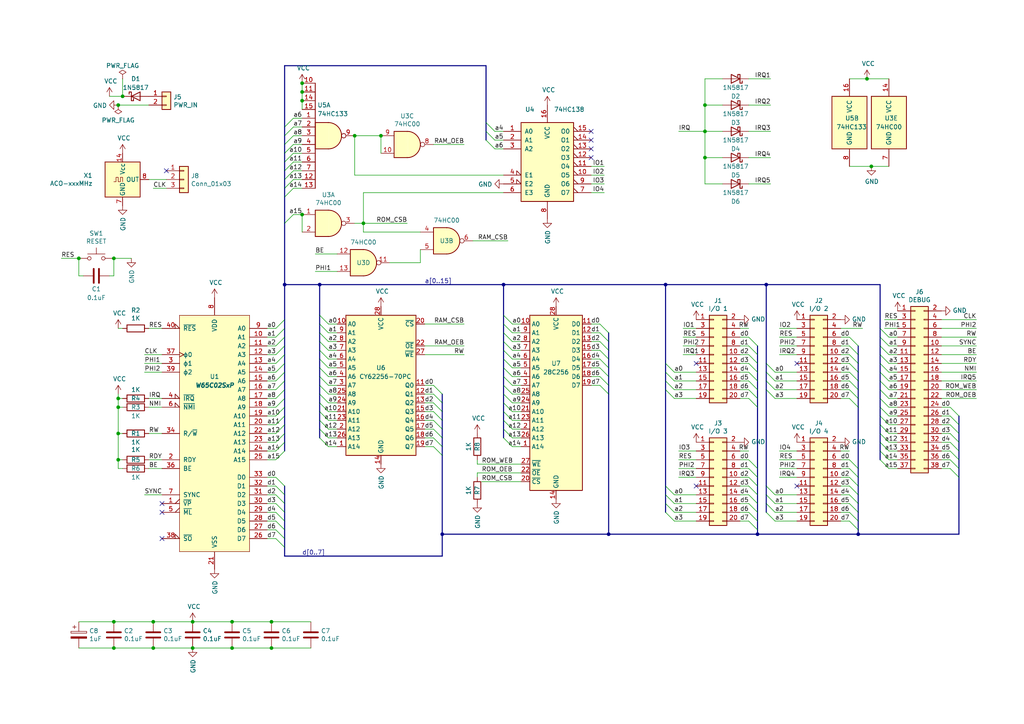
<source format=kicad_sch>
(kicad_sch (version 20211123) (generator eeschema)
  (paper "A4")
  (title_block (title "6502 mainboard") (date "2021-04-28") (rev "1"))
  (junction (at 34.29 125.73))
  (junction (at 35.56 27.94))
  (junction (at 87.63 26.67))
  (junction (at 219.71 154.94))
  (junction (at 105.41 64.77))
  (junction (at 204.47 30.48))
  (junction (at 176.53 154.94))
  (junction (at 204.47 45.72))
  (junction (at 33.02 74.93))
  (junction (at 248.92 154.94))
  (junction (at 33.02 180.34))
  (junction (at 82.55 82.55))
  (junction (at 222.25 82.55))
  (junction (at 78.74 180.34))
  (junction (at 34.29 133.35))
  (junction (at 34.29 115.57))
  (junction (at 67.31 180.34))
  (junction (at 55.88 187.96))
  (junction (at 44.45 187.96))
  (junction (at 55.88 180.34))
  (junction (at 204.47 38.1))
  (junction (at 78.74 187.96))
  (junction (at 146.05 82.55))
  (junction (at 128.27 154.94))
  (junction (at 102.87 39.37))
  (junction (at 87.63 62.23))
  (junction (at 110.49 39.37))
  (junction (at 67.31 187.96))
  (junction (at 92.71 82.55))
  (junction (at 87.63 24.13))
  (junction (at 87.63 29.21))
  (junction (at 33.02 187.96))
  (junction (at 193.04 82.55))
  (junction (at 34.29 30.48))
  (junction (at 34.29 118.11))
  (junction (at 251.46 22.86))
  (junction (at 252.73 48.26))
  (junction (at 22.86 74.93))
  (junction (at 44.45 180.34))
  (no_connect (at 171.45 38.1))
  (no_connect (at 171.45 45.72))
  (no_connect (at 171.45 43.18))
  (no_connect (at 231.14 105.41))
  (no_connect (at 48.26 49.53))
  (no_connect (at 46.99 146.05))
  (no_connect (at 46.99 156.21))
  (no_connect (at 201.93 105.41))
  (no_connect (at 231.14 140.97))
  (no_connect (at 46.99 148.59))
  (no_connect (at 171.45 40.64))
  (no_connect (at 201.93 140.97))
  (bus_entry (at 195.58 113.03) (size -2.54 -2.54))
  (bus_entry (at 257.81 115.57) (size -2.54 -2.54))
  (bus_entry (at 80.01 100.33) (size 2.54 -2.54))
  (bus_entry (at 224.79 113.03) (size -2.54 -2.54))
  (bus_entry (at 95.25 119.38) (size -2.54 -2.54))
  (bus_entry (at 217.17 105.41) (size 2.54 2.54))
  (bus_entry (at 246.38 133.35) (size 2.54 2.54))
  (bus_entry (at 173.99 96.52) (size 2.54 2.54))
  (bus_entry (at 173.99 109.22) (size 2.54 2.54))
  (bus_entry (at 95.25 99.06) (size -2.54 -2.54))
  (bus_entry (at 95.25 111.76) (size -2.54 -2.54))
  (bus_entry (at 173.99 99.06) (size 2.54 2.54))
  (bus_entry (at 217.17 107.95) (size 2.54 2.54))
  (bus_entry (at 80.01 105.41) (size 2.54 -2.54))
  (bus_entry (at 275.59 123.19) (size 2.54 2.54))
  (bus_entry (at 224.79 148.59) (size -2.54 -2.54))
  (bus_entry (at 148.59 101.6) (size -2.54 -2.54))
  (bus_entry (at 80.01 151.13) (size 2.54 2.54))
  (bus_entry (at 148.59 93.98) (size -2.54 -2.54))
  (bus_entry (at 125.73 111.76) (size 2.54 2.54))
  (bus_entry (at 148.59 116.84) (size -2.54 -2.54))
  (bus_entry (at 95.25 129.54) (size -2.54 -2.54))
  (bus_entry (at 257.81 113.03) (size -2.54 -2.54))
  (bus_entry (at 80.01 146.05) (size 2.54 2.54))
  (bus_entry (at 246.38 105.41) (size 2.54 2.54))
  (bus_entry (at 224.79 115.57) (size -2.54 -2.54))
  (bus_entry (at 125.73 124.46) (size 2.54 2.54))
  (bus_entry (at 275.59 135.89) (size 2.54 2.54))
  (bus_entry (at 85.09 54.61) (size -2.54 2.54))
  (bus_entry (at 257.81 128.27) (size -2.54 -2.54))
  (bus_entry (at 148.59 124.46) (size -2.54 -2.54))
  (bus_entry (at 224.79 146.05) (size -2.54 -2.54))
  (bus_entry (at 148.59 119.38) (size -2.54 -2.54))
  (bus_entry (at 85.09 62.23) (size -2.54 2.54))
  (bus_entry (at 275.59 120.65) (size 2.54 2.54))
  (bus_entry (at 257.81 105.41) (size -2.54 -2.54))
  (bus_entry (at 217.17 97.79) (size 2.54 2.54))
  (bus_entry (at 148.59 104.14) (size -2.54 -2.54))
  (bus_entry (at 80.01 153.67) (size 2.54 2.54))
  (bus_entry (at 95.25 104.14) (size -2.54 -2.54))
  (bus_entry (at 143.51 38.1) (size -2.54 -2.54))
  (bus_entry (at 80.01 128.27) (size 2.54 -2.54))
  (bus_entry (at 80.01 115.57) (size 2.54 -2.54))
  (bus_entry (at 275.59 133.35) (size 2.54 2.54))
  (bus_entry (at 125.73 127) (size 2.54 2.54))
  (bus_entry (at 95.25 93.98) (size -2.54 -2.54))
  (bus_entry (at 148.59 129.54) (size -2.54 -2.54))
  (bus_entry (at 246.38 100.33) (size 2.54 2.54))
  (bus_entry (at 148.59 127) (size -2.54 -2.54))
  (bus_entry (at 80.01 110.49) (size 2.54 -2.54))
  (bus_entry (at 125.73 116.84) (size 2.54 2.54))
  (bus_entry (at 275.59 125.73) (size 2.54 2.54))
  (bus_entry (at 148.59 111.76) (size -2.54 -2.54))
  (bus_entry (at 125.73 114.3) (size 2.54 2.54))
  (bus_entry (at 246.38 107.95) (size 2.54 2.54))
  (bus_entry (at 125.73 121.92) (size 2.54 2.54))
  (bus_entry (at 275.59 128.27) (size 2.54 2.54))
  (bus_entry (at 148.59 106.68) (size -2.54 -2.54))
  (bus_entry (at 246.38 148.59) (size 2.54 2.54))
  (bus_entry (at 257.81 110.49) (size -2.54 -2.54))
  (bus_entry (at 257.81 120.65) (size -2.54 -2.54))
  (bus_entry (at 173.99 106.68) (size 2.54 2.54))
  (bus_entry (at 246.38 135.89) (size 2.54 2.54))
  (bus_entry (at 125.73 129.54) (size 2.54 2.54))
  (bus_entry (at 80.01 123.19) (size 2.54 -2.54))
  (bus_entry (at 257.81 102.87) (size -2.54 -2.54))
  (bus_entry (at 148.59 109.22) (size -2.54 -2.54))
  (bus_entry (at 217.17 143.51) (size 2.54 2.54))
  (bus_entry (at 257.81 133.35) (size -2.54 -2.54))
  (bus_entry (at 95.25 96.52) (size -2.54 -2.54))
  (bus_entry (at 257.81 107.95) (size -2.54 -2.54))
  (bus_entry (at 85.09 52.07) (size -2.54 2.54))
  (bus_entry (at 195.58 115.57) (size -2.54 -2.54))
  (bus_entry (at 257.81 118.11) (size -2.54 -2.54))
  (bus_entry (at 275.59 130.81) (size 2.54 2.54))
  (bus_entry (at 80.01 97.79) (size 2.54 -2.54))
  (bus_entry (at 224.79 110.49) (size -2.54 -2.54))
  (bus_entry (at 246.38 113.03) (size 2.54 2.54))
  (bus_entry (at 80.01 156.21) (size 2.54 2.54))
  (bus_entry (at 125.73 119.38) (size 2.54 2.54))
  (bus_entry (at 80.01 120.65) (size 2.54 -2.54))
  (bus_entry (at 80.01 133.35) (size 2.54 -2.54))
  (bus_entry (at 217.17 100.33) (size 2.54 2.54))
  (bus_entry (at 173.99 104.14) (size 2.54 2.54))
  (bus_entry (at 217.17 138.43) (size 2.54 2.54))
  (bus_entry (at 246.38 143.51) (size 2.54 2.54))
  (bus_entry (at 95.25 116.84) (size -2.54 -2.54))
  (bus_entry (at 224.79 143.51) (size -2.54 -2.54))
  (bus_entry (at 85.09 39.37) (size -2.54 2.54))
  (bus_entry (at 148.59 99.06) (size -2.54 -2.54))
  (bus_entry (at 80.01 107.95) (size 2.54 -2.54))
  (bus_entry (at 257.81 123.19) (size -2.54 -2.54))
  (bus_entry (at 217.17 148.59) (size 2.54 2.54))
  (bus_entry (at 195.58 146.05) (size -2.54 -2.54))
  (bus_entry (at 173.99 101.6) (size 2.54 2.54))
  (bus_entry (at 275.59 118.11) (size 2.54 2.54))
  (bus_entry (at 80.01 125.73) (size 2.54 -2.54))
  (bus_entry (at 217.17 151.13) (size 2.54 2.54))
  (bus_entry (at 80.01 140.97) (size 2.54 2.54))
  (bus_entry (at 148.59 114.3) (size -2.54 -2.54))
  (bus_entry (at 224.79 107.95) (size -2.54 -2.54))
  (bus_entry (at 80.01 95.25) (size 2.54 -2.54))
  (bus_entry (at 85.09 49.53) (size -2.54 2.54))
  (bus_entry (at 246.38 110.49) (size 2.54 2.54))
  (bus_entry (at 80.01 138.43) (size 2.54 2.54))
  (bus_entry (at 173.99 93.98) (size 2.54 2.54))
  (bus_entry (at 257.81 97.79) (size -2.54 -2.54))
  (bus_entry (at 143.51 43.18) (size -2.54 -2.54))
  (bus_entry (at 246.38 102.87) (size 2.54 2.54))
  (bus_entry (at 217.17 146.05) (size 2.54 2.54))
  (bus_entry (at 217.17 135.89) (size 2.54 2.54))
  (bus_entry (at 85.09 36.83) (size -2.54 2.54))
  (bus_entry (at 95.25 124.46) (size -2.54 -2.54))
  (bus_entry (at 246.38 140.97) (size 2.54 2.54))
  (bus_entry (at 80.01 143.51) (size 2.54 2.54))
  (bus_entry (at 85.09 46.99) (size -2.54 2.54))
  (bus_entry (at 95.25 109.22) (size -2.54 -2.54))
  (bus_entry (at 246.38 146.05) (size 2.54 2.54))
  (bus_entry (at 173.99 111.76) (size 2.54 2.54))
  (bus_entry (at 257.81 100.33) (size -2.54 -2.54))
  (bus_entry (at 85.09 34.29) (size -2.54 2.54))
  (bus_entry (at 217.17 110.49) (size 2.54 2.54))
  (bus_entry (at 217.17 140.97) (size 2.54 2.54))
  (bus_entry (at 80.01 113.03) (size 2.54 -2.54))
  (bus_entry (at 246.38 115.57) (size 2.54 2.54))
  (bus_entry (at 95.25 106.68) (size -2.54 -2.54))
  (bus_entry (at 80.01 130.81) (size 2.54 -2.54))
  (bus_entry (at 246.38 138.43) (size 2.54 2.54))
  (bus_entry (at 195.58 110.49) (size -2.54 -2.54))
  (bus_entry (at 217.17 133.35) (size 2.54 2.54))
  (bus_entry (at 95.25 127) (size -2.54 -2.54))
  (bus_entry (at 148.59 121.92) (size -2.54 -2.54))
  (bus_entry (at 257.81 135.89) (size -2.54 -2.54))
  (bus_entry (at 246.38 151.13) (size 2.54 2.54))
  (bus_entry (at 257.81 130.81) (size -2.54 -2.54))
  (bus_entry (at 85.09 41.91) (size -2.54 2.54))
  (bus_entry (at 148.59 96.52) (size -2.54 -2.54))
  (bus_entry (at 195.58 151.13) (size -2.54 -2.54))
  (bus_entry (at 80.01 102.87) (size 2.54 -2.54))
  (bus_entry (at 224.79 151.13) (size -2.54 -2.54))
  (bus_entry (at 143.51 40.64) (size -2.54 -2.54))
  (bus_entry (at 195.58 148.59) (size -2.54 -2.54))
  (bus_entry (at 195.58 143.51) (size -2.54 -2.54))
  (bus_entry (at 80.01 148.59) (size 2.54 2.54))
  (bus_entry (at 217.17 102.87) (size 2.54 2.54))
  (bus_entry (at 80.01 118.11) (size 2.54 -2.54))
  (bus_entry (at 195.58 107.95) (size -2.54 -2.54))
  (bus_entry (at 95.25 101.6) (size -2.54 -2.54))
  (bus_entry (at 246.38 97.79) (size 2.54 2.54))
  (bus_entry (at 85.09 44.45) (size -2.54 2.54))
  (bus_entry (at 95.25 121.92) (size -2.54 -2.54))
  (bus_entry (at 217.17 115.57) (size 2.54 2.54))
  (bus_entry (at 257.81 125.73) (size -2.54 -2.54))
  (bus_entry (at 95.25 114.3) (size -2.54 -2.54))
  (bus_entry (at 217.17 113.03) (size 2.54 2.54))
  (bus (pts (xy 146.05 82.55) (xy 146.05 91.44)))
  (wire (pts (xy 97.79 111.76) (xy 95.25 111.76)))
  (wire (pts (xy 226.06 97.79) (xy 231.14 97.79)))
  (wire (pts (xy 22.86 80.01) (xy 24.13 80.01)))
  (wire (pts (xy 204.47 22.86) (xy 204.47 30.48)))
  (bus (pts (xy 248.92 143.51) (xy 248.92 146.05)))
  (wire (pts (xy 33.02 80.01) (xy 33.02 74.93)))
  (wire (pts (xy 123.19 102.87) (xy 134.62 102.87)))
  (wire (pts (xy 33.02 187.96) (xy 22.86 187.96)))
  (wire (pts (xy 85.09 34.29) (xy 87.63 34.29)))
  (wire (pts (xy 257.81 105.41) (xy 260.35 105.41)))
  (wire (pts (xy 95.25 124.46) (xy 97.79 124.46)))
  (wire (pts (xy 260.35 97.79) (xy 257.81 97.79)))
  (bus (pts (xy 219.71 100.33) (xy 219.71 102.87)))
  (wire (pts (xy 151.13 127) (xy 148.59 127)))
  (bus (pts (xy 219.71 113.03) (xy 219.71 115.57)))
  (wire (pts (xy 95.25 106.68) (xy 97.79 106.68)))
  (wire (pts (xy 257.81 135.89) (xy 260.35 135.89)))
  (bus (pts (xy 176.53 96.52) (xy 176.53 99.06)))
  (wire (pts (xy 198.12 100.33) (xy 201.93 100.33)))
  (wire (pts (xy 217.17 138.43) (xy 214.63 138.43)))
  (bus (pts (xy 193.04 110.49) (xy 193.04 113.03)))
  (bus (pts (xy 82.55 143.51) (xy 82.55 146.05)))
  (wire (pts (xy 173.99 93.98) (xy 171.45 93.98)))
  (wire (pts (xy 195.58 151.13) (xy 201.93 151.13)))
  (bus (pts (xy 146.05 111.76) (xy 146.05 114.3)))
  (bus (pts (xy 92.71 82.55) (xy 92.71 91.44)))
  (wire (pts (xy 80.01 156.21) (xy 77.47 156.21)))
  (bus (pts (xy 248.92 148.59) (xy 248.92 151.13)))
  (bus (pts (xy 82.55 92.71) (xy 82.55 95.25)))
  (wire (pts (xy 95.25 119.38) (xy 97.79 119.38)))
  (wire (pts (xy 196.85 130.81) (xy 201.93 130.81)))
  (wire (pts (xy 275.59 118.11) (xy 273.05 118.11)))
  (bus (pts (xy 248.92 118.11) (xy 248.92 135.89)))
  (bus (pts (xy 193.04 105.41) (xy 193.04 107.95)))
  (bus (pts (xy 193.04 82.55) (xy 193.04 105.41)))
  (wire (pts (xy 95.25 101.6) (xy 97.79 101.6)))
  (wire (pts (xy 91.44 78.74) (xy 97.79 78.74)))
  (bus (pts (xy 82.55 46.99) (xy 82.55 49.53)))
  (wire (pts (xy 67.31 180.34) (xy 78.74 180.34)))
  (wire (pts (xy 43.18 115.57) (xy 46.99 115.57)))
  (wire (pts (xy 196.85 135.89) (xy 201.93 135.89)))
  (wire (pts (xy 80.01 102.87) (xy 77.47 102.87)))
  (wire (pts (xy 138.43 137.16) (xy 151.13 137.16)))
  (wire (pts (xy 224.79 107.95) (xy 231.14 107.95)))
  (wire (pts (xy 175.26 55.88) (xy 171.45 55.88)))
  (wire (pts (xy 80.01 115.57) (xy 77.47 115.57)))
  (bus (pts (xy 176.53 101.6) (xy 176.53 104.14)))
  (wire (pts (xy 43.18 133.35) (xy 46.99 133.35)))
  (wire (pts (xy 257.81 128.27) (xy 260.35 128.27)))
  (wire (pts (xy 31.75 80.01) (xy 33.02 80.01)))
  (wire (pts (xy 123.19 100.33) (xy 134.62 100.33)))
  (wire (pts (xy 243.84 100.33) (xy 246.38 100.33)))
  (wire (pts (xy 214.63 151.13) (xy 217.17 151.13)))
  (wire (pts (xy 91.44 73.66) (xy 97.79 73.66)))
  (wire (pts (xy 123.19 93.98) (xy 134.62 93.98)))
  (bus (pts (xy 146.05 124.46) (xy 146.05 127)))
  (wire (pts (xy 252.73 48.26) (xy 246.38 48.26)))
  (wire (pts (xy 22.86 180.34) (xy 33.02 180.34)))
  (wire (pts (xy 78.74 180.34) (xy 90.17 180.34)))
  (wire (pts (xy 151.13 93.98) (xy 148.59 93.98)))
  (wire (pts (xy 283.21 102.87) (xy 273.05 102.87)))
  (wire (pts (xy 223.52 45.72) (xy 217.17 45.72)))
  (bus (pts (xy 82.55 123.19) (xy 82.55 125.73)))
  (wire (pts (xy 55.88 187.96) (xy 67.31 187.96)))
  (wire (pts (xy 151.13 111.76) (xy 148.59 111.76)))
  (bus (pts (xy 92.71 111.76) (xy 92.71 114.3)))
  (wire (pts (xy 256.54 95.25) (xy 260.35 95.25)))
  (bus (pts (xy 248.92 107.95) (xy 248.92 110.49)))
  (wire (pts (xy 138.43 134.62) (xy 151.13 134.62)))
  (wire (pts (xy 209.55 30.48) (xy 204.47 30.48)))
  (bus (pts (xy 128.27 154.94) (xy 176.53 154.94)))
  (bus (pts (xy 248.92 154.94) (xy 278.13 154.94)))
  (wire (pts (xy 260.35 130.81) (xy 257.81 130.81)))
  (wire (pts (xy 251.46 22.86) (xy 246.38 22.86)))
  (wire (pts (xy 195.58 143.51) (xy 201.93 143.51)))
  (bus (pts (xy 82.55 128.27) (xy 82.55 130.81)))
  (bus (pts (xy 255.27 110.49) (xy 255.27 113.03)))
  (wire (pts (xy 204.47 45.72) (xy 204.47 53.34)))
  (wire (pts (xy 214.63 140.97) (xy 217.17 140.97)))
  (wire (pts (xy 257.81 110.49) (xy 260.35 110.49)))
  (bus (pts (xy 82.55 44.45) (xy 82.55 46.99)))
  (bus (pts (xy 82.55 102.87) (xy 82.55 105.41)))
  (bus (pts (xy 82.55 82.55) (xy 82.55 92.71)))
  (wire (pts (xy 35.56 133.35) (xy 34.29 133.35)))
  (bus (pts (xy 219.71 105.41) (xy 219.71 107.95)))
  (wire (pts (xy 80.01 110.49) (xy 77.47 110.49)))
  (wire (pts (xy 34.29 115.57) (xy 34.29 118.11)))
  (wire (pts (xy 87.63 26.67) (xy 87.63 24.13)))
  (bus (pts (xy 82.55 36.83) (xy 82.55 39.37)))
  (wire (pts (xy 35.56 125.73) (xy 34.29 125.73)))
  (bus (pts (xy 82.55 95.25) (xy 82.55 97.79)))
  (bus (pts (xy 278.13 130.81) (xy 278.13 133.35)))
  (bus (pts (xy 219.71 154.94) (xy 248.92 154.94)))
  (bus (pts (xy 219.71 148.59) (xy 219.71 151.13)))
  (wire (pts (xy 224.79 148.59) (xy 231.14 148.59)))
  (wire (pts (xy 125.73 111.76) (xy 123.19 111.76)))
  (bus (pts (xy 248.92 151.13) (xy 248.92 153.67)))
  (wire (pts (xy 97.79 127) (xy 95.25 127)))
  (wire (pts (xy 34.29 114.3) (xy 34.29 115.57)))
  (bus (pts (xy 146.05 119.38) (xy 146.05 121.92)))
  (wire (pts (xy 217.17 133.35) (xy 214.63 133.35)))
  (wire (pts (xy 43.18 95.25) (xy 46.99 95.25)))
  (wire (pts (xy 46.99 118.11) (xy 43.18 118.11)))
  (wire (pts (xy 243.84 135.89) (xy 246.38 135.89)))
  (bus (pts (xy 193.04 82.55) (xy 222.25 82.55)))
  (wire (pts (xy 226.06 130.81) (xy 231.14 130.81)))
  (wire (pts (xy 102.87 39.37) (xy 110.49 39.37)))
  (wire (pts (xy 110.49 39.37) (xy 110.49 44.45)))
  (bus (pts (xy 128.27 124.46) (xy 128.27 127)))
  (wire (pts (xy 77.47 146.05) (xy 80.01 146.05)))
  (wire (pts (xy 195.58 146.05) (xy 201.93 146.05)))
  (wire (pts (xy 85.09 52.07) (xy 87.63 52.07)))
  (bus (pts (xy 222.25 110.49) (xy 222.25 113.03)))
  (wire (pts (xy 273.05 125.73) (xy 275.59 125.73)))
  (bus (pts (xy 278.13 120.65) (xy 278.13 123.19)))
  (bus (pts (xy 219.71 135.89) (xy 219.71 138.43)))
  (wire (pts (xy 214.63 100.33) (xy 217.17 100.33)))
  (wire (pts (xy 85.09 39.37) (xy 87.63 39.37)))
  (bus (pts (xy 248.92 110.49) (xy 248.92 113.03)))
  (bus (pts (xy 128.27 132.08) (xy 128.27 154.94)))
  (bus (pts (xy 255.27 120.65) (xy 255.27 123.19)))
  (bus (pts (xy 128.27 114.3) (xy 128.27 116.84)))
  (wire (pts (xy 46.99 125.73) (xy 43.18 125.73)))
  (wire (pts (xy 95.25 109.22) (xy 97.79 109.22)))
  (wire (pts (xy 80.01 130.81) (xy 77.47 130.81)))
  (wire (pts (xy 33.02 74.93) (xy 38.1 74.93)))
  (bus (pts (xy 219.71 110.49) (xy 219.71 113.03)))
  (bus (pts (xy 278.13 133.35) (xy 278.13 135.89)))
  (wire (pts (xy 243.84 146.05) (xy 246.38 146.05)))
  (wire (pts (xy 246.38 102.87) (xy 243.84 102.87)))
  (bus (pts (xy 82.55 105.41) (xy 82.55 107.95)))
  (wire (pts (xy 143.51 43.18) (xy 146.05 43.18)))
  (bus (pts (xy 92.71 101.6) (xy 92.71 104.14)))
  (bus (pts (xy 146.05 91.44) (xy 146.05 93.98)))
  (wire (pts (xy 102.87 50.8) (xy 146.05 50.8)))
  (wire (pts (xy 195.58 110.49) (xy 201.93 110.49)))
  (wire (pts (xy 35.56 135.89) (xy 34.29 135.89)))
  (bus (pts (xy 255.27 125.73) (xy 255.27 128.27)))
  (bus (pts (xy 146.05 101.6) (xy 146.05 104.14)))
  (wire (pts (xy 41.91 102.87) (xy 46.99 102.87)))
  (wire (pts (xy 246.38 107.95) (xy 243.84 107.95)))
  (bus (pts (xy 255.27 82.55) (xy 222.25 82.55)))
  (wire (pts (xy 151.13 121.92) (xy 148.59 121.92)))
  (wire (pts (xy 260.35 120.65) (xy 257.81 120.65)))
  (wire (pts (xy 250.19 95.25) (xy 243.84 95.25)))
  (wire (pts (xy 257.81 113.03) (xy 260.35 113.03)))
  (wire (pts (xy 80.01 107.95) (xy 77.47 107.95)))
  (bus (pts (xy 128.27 129.54) (xy 128.27 132.08)))
  (bus (pts (xy 219.71 143.51) (xy 219.71 146.05)))
  (bus (pts (xy 82.55 158.75) (xy 82.55 161.29)))
  (wire (pts (xy 257.81 133.35) (xy 260.35 133.35)))
  (wire (pts (xy 46.99 135.89) (xy 43.18 135.89)))
  (bus (pts (xy 82.55 100.33) (xy 82.55 102.87)))
  (bus (pts (xy 128.27 127) (xy 128.27 129.54)))
  (wire (pts (xy 146.05 38.1) (xy 143.51 38.1)))
  (wire (pts (xy 148.59 119.38) (xy 151.13 119.38)))
  (bus (pts (xy 82.55 64.77) (xy 82.55 82.55)))
  (bus (pts (xy 248.92 146.05) (xy 248.92 148.59)))
  (bus (pts (xy 255.27 130.81) (xy 255.27 133.35)))
  (bus (pts (xy 248.92 113.03) (xy 248.92 115.57)))
  (bus (pts (xy 176.53 99.06) (xy 176.53 101.6)))
  (wire (pts (xy 273.05 135.89) (xy 275.59 135.89)))
  (bus (pts (xy 146.05 114.3) (xy 146.05 116.84)))
  (bus (pts (xy 248.92 135.89) (xy 248.92 138.43)))
  (wire (pts (xy 260.35 102.87) (xy 257.81 102.87)))
  (wire (pts (xy 87.63 62.23) (xy 85.09 62.23)))
  (wire (pts (xy 224.79 146.05) (xy 231.14 146.05)))
  (bus (pts (xy 92.71 124.46) (xy 92.71 127)))
  (wire (pts (xy 151.13 99.06) (xy 148.59 99.06)))
  (wire (pts (xy 121.92 76.2) (xy 121.92 72.39)))
  (wire (pts (xy 77.47 153.67) (xy 80.01 153.67)))
  (bus (pts (xy 92.71 82.55) (xy 146.05 82.55)))
  (bus (pts (xy 255.27 97.79) (xy 255.27 100.33)))
  (bus (pts (xy 255.27 123.19) (xy 255.27 125.73)))
  (wire (pts (xy 217.17 102.87) (xy 214.63 102.87)))
  (bus (pts (xy 82.55 120.65) (xy 82.55 123.19)))
  (wire (pts (xy 217.17 107.95) (xy 214.63 107.95)))
  (wire (pts (xy 214.63 110.49) (xy 217.17 110.49)))
  (wire (pts (xy 198.12 95.25) (xy 201.93 95.25)))
  (bus (pts (xy 82.55 54.61) (xy 82.55 57.15)))
  (wire (pts (xy 204.47 38.1) (xy 196.85 38.1)))
  (wire (pts (xy 209.55 38.1) (xy 204.47 38.1)))
  (wire (pts (xy 44.45 180.34) (xy 55.88 180.34)))
  (wire (pts (xy 113.03 76.2) (xy 121.92 76.2)))
  (wire (pts (xy 273.05 120.65) (xy 275.59 120.65)))
  (wire (pts (xy 283.21 115.57) (xy 273.05 115.57)))
  (wire (pts (xy 243.84 140.97) (xy 246.38 140.97)))
  (bus (pts (xy 128.27 121.92) (xy 128.27 124.46)))
  (bus (pts (xy 82.55 82.55) (xy 92.71 82.55)))
  (wire (pts (xy 97.79 99.06) (xy 95.25 99.06)))
  (bus (pts (xy 146.05 96.52) (xy 146.05 99.06)))
  (wire (pts (xy 246.38 138.43) (xy 243.84 138.43)))
  (wire (pts (xy 80.01 138.43) (xy 77.47 138.43)))
  (bus (pts (xy 82.55 19.05) (xy 140.97 19.05)))
  (bus (pts (xy 92.71 93.98) (xy 92.71 96.52)))
  (wire (pts (xy 226.06 135.89) (xy 231.14 135.89)))
  (wire (pts (xy 77.47 105.41) (xy 80.01 105.41)))
  (bus (pts (xy 222.25 105.41) (xy 222.25 107.95)))
  (bus (pts (xy 146.05 121.92) (xy 146.05 124.46)))
  (wire (pts (xy 148.59 124.46) (xy 151.13 124.46)))
  (wire (pts (xy 22.86 74.93) (xy 22.86 80.01)))
  (wire (pts (xy 148.59 106.68) (xy 151.13 106.68)))
  (wire (pts (xy 147.32 69.85) (xy 137.16 69.85)))
  (bus (pts (xy 146.05 116.84) (xy 146.05 119.38)))
  (bus (pts (xy 255.27 82.55) (xy 255.27 95.25)))
  (bus (pts (xy 222.25 146.05) (xy 222.25 148.59)))
  (bus (pts (xy 146.05 104.14) (xy 146.05 106.68)))
  (wire (pts (xy 283.21 110.49) (xy 273.05 110.49)))
  (wire (pts (xy 257.81 22.86) (xy 251.46 22.86)))
  (bus (pts (xy 222.25 113.03) (xy 222.25 140.97)))
  (bus (pts (xy 176.53 111.76) (xy 176.53 114.3)))
  (wire (pts (xy 217.17 97.79) (xy 214.63 97.79)))
  (bus (pts (xy 82.55 113.03) (xy 82.55 115.57)))
  (wire (pts (xy 34.29 118.11) (xy 34.29 125.73)))
  (bus (pts (xy 248.92 115.57) (xy 248.92 118.11)))
  (bus (pts (xy 92.71 99.06) (xy 92.71 101.6)))
  (wire (pts (xy 123.19 124.46) (xy 125.73 124.46)))
  (wire (pts (xy 209.55 45.72) (xy 204.47 45.72)))
  (wire (pts (xy 224.79 151.13) (xy 231.14 151.13)))
  (bus (pts (xy 82.55 19.05) (xy 82.55 36.83)))
  (wire (pts (xy 283.21 92.71) (xy 273.05 92.71)))
  (bus (pts (xy 176.53 106.68) (xy 176.53 109.22)))
  (wire (pts (xy 35.56 115.57) (xy 34.29 115.57)))
  (wire (pts (xy 214.63 115.57) (xy 217.17 115.57)))
  (wire (pts (xy 125.73 116.84) (xy 123.19 116.84)))
  (wire (pts (xy 77.47 100.33) (xy 80.01 100.33)))
  (wire (pts (xy 283.21 105.41) (xy 273.05 105.41)))
  (bus (pts (xy 82.55 115.57) (xy 82.55 118.11)))
  (wire (pts (xy 87.63 44.45) (xy 85.09 44.45)))
  (wire (pts (xy 175.26 48.26) (xy 171.45 48.26)))
  (wire (pts (xy 223.52 30.48) (xy 217.17 30.48)))
  (bus (pts (xy 92.71 119.38) (xy 92.71 121.92)))
  (wire (pts (xy 35.56 118.11) (xy 34.29 118.11)))
  (wire (pts (xy 283.21 97.79) (xy 273.05 97.79)))
  (wire (pts (xy 283.21 95.25) (xy 273.05 95.25)))
  (wire (pts (xy 80.01 97.79) (xy 77.47 97.79)))
  (wire (pts (xy 34.29 30.48) (xy 43.18 30.48)))
  (bus (pts (xy 219.71 115.57) (xy 219.71 118.11)))
  (wire (pts (xy 85.09 46.99) (xy 87.63 46.99)))
  (wire (pts (xy 90.17 187.96) (xy 78.74 187.96)))
  (wire (pts (xy 77.47 133.35) (xy 80.01 133.35)))
  (bus (pts (xy 82.55 118.11) (xy 82.55 120.65)))
  (wire (pts (xy 198.12 97.79) (xy 201.93 97.79)))
  (wire (pts (xy 43.18 52.07) (xy 48.26 52.07)))
  (wire (pts (xy 195.58 107.95) (xy 201.93 107.95)))
  (bus (pts (xy 128.27 119.38) (xy 128.27 121.92)))
  (wire (pts (xy 204.47 30.48) (xy 204.47 38.1)))
  (wire (pts (xy 195.58 115.57) (xy 201.93 115.57)))
  (bus (pts (xy 248.92 138.43) (xy 248.92 140.97)))
  (wire (pts (xy 175.26 50.8) (xy 171.45 50.8)))
  (wire (pts (xy 85.09 41.91) (xy 87.63 41.91)))
  (bus (pts (xy 128.27 154.94) (xy 128.27 161.29)))
  (bus (pts (xy 255.27 113.03) (xy 255.27 115.57)))
  (wire (pts (xy 243.84 110.49) (xy 246.38 110.49)))
  (wire (pts (xy 148.59 109.22) (xy 151.13 109.22)))
  (wire (pts (xy 217.17 95.25) (xy 214.63 95.25)))
  (wire (pts (xy 260.35 115.57) (xy 257.81 115.57)))
  (bus (pts (xy 255.27 105.41) (xy 255.27 107.95)))
  (bus (pts (xy 82.55 148.59) (xy 82.55 151.13)))
  (bus (pts (xy 248.92 105.41) (xy 248.92 107.95)))
  (wire (pts (xy 243.84 151.13) (xy 246.38 151.13)))
  (wire (pts (xy 273.05 130.81) (xy 275.59 130.81)))
  (wire (pts (xy 173.99 104.14) (xy 171.45 104.14)))
  (bus (pts (xy 82.55 110.49) (xy 82.55 113.03)))
  (wire (pts (xy 246.38 130.81) (xy 243.84 130.81)))
  (bus (pts (xy 255.27 115.57) (xy 255.27 118.11)))
  (bus (pts (xy 278.13 125.73) (xy 278.13 128.27)))
  (bus (pts (xy 82.55 153.67) (xy 82.55 156.21)))
  (wire (pts (xy 139.7 139.7) (xy 151.13 139.7)))
  (bus (pts (xy 82.55 146.05) (xy 82.55 148.59)))
  (bus (pts (xy 278.13 135.89) (xy 278.13 138.43)))
  (wire (pts (xy 123.19 119.38) (xy 125.73 119.38)))
  (bus (pts (xy 92.71 106.68) (xy 92.71 109.22)))
  (wire (pts (xy 204.47 53.34) (xy 209.55 53.34)))
  (bus (pts (xy 82.55 49.53) (xy 82.55 52.07)))
  (bus (pts (xy 222.25 140.97) (xy 222.25 143.51)))
  (wire (pts (xy 260.35 107.95) (xy 257.81 107.95)))
  (wire (pts (xy 209.55 22.86) (xy 204.47 22.86)))
  (wire (pts (xy 275.59 123.19) (xy 273.05 123.19)))
  (wire (pts (xy 257.81 118.11) (xy 260.35 118.11)))
  (wire (pts (xy 87.63 49.53) (xy 85.09 49.53)))
  (bus (pts (xy 193.04 146.05) (xy 193.04 148.59)))
  (bus (pts (xy 219.71 151.13) (xy 219.71 153.67)))
  (wire (pts (xy 77.47 128.27) (xy 80.01 128.27)))
  (wire (pts (xy 55.88 187.96) (xy 44.45 187.96)))
  (bus (pts (xy 278.13 128.27) (xy 278.13 130.81)))
  (bus (pts (xy 278.13 123.19) (xy 278.13 125.73)))
  (wire (pts (xy 143.51 40.64) (xy 146.05 40.64)))
  (wire (pts (xy 171.45 96.52) (xy 173.99 96.52)))
  (wire (pts (xy 105.41 55.88) (xy 146.05 55.88)))
  (wire (pts (xy 217.17 148.59) (xy 214.63 148.59)))
  (wire (pts (xy 31.75 27.94) (xy 35.56 27.94)))
  (wire (pts (xy 214.63 146.05) (xy 217.17 146.05)))
  (wire (pts (xy 226.06 100.33) (xy 231.14 100.33)))
  (bus (pts (xy 82.55 41.91) (xy 82.55 44.45)))
  (wire (pts (xy 226.06 102.87) (xy 231.14 102.87)))
  (wire (pts (xy 87.63 31.75) (xy 87.63 29.21)))
  (wire (pts (xy 151.13 116.84) (xy 148.59 116.84)))
  (wire (pts (xy 125.73 127) (xy 123.19 127)))
  (wire (pts (xy 171.45 111.76) (xy 173.99 111.76)))
  (wire (pts (xy 283.21 107.95) (xy 273.05 107.95)))
  (wire (pts (xy 151.13 104.14) (xy 148.59 104.14)))
  (wire (pts (xy 243.84 115.57) (xy 246.38 115.57)))
  (wire (pts (xy 78.74 187.96) (xy 67.31 187.96)))
  (bus (pts (xy 176.53 154.94) (xy 219.71 154.94)))
  (wire (pts (xy 134.62 41.91) (xy 125.73 41.91)))
  (bus (pts (xy 82.55 97.79) (xy 82.55 100.33)))
  (wire (pts (xy 80.01 148.59) (xy 77.47 148.59)))
  (wire (pts (xy 34.29 133.35) (xy 34.29 135.89)))
  (bus (pts (xy 248.92 102.87) (xy 248.92 105.41)))
  (wire (pts (xy 246.38 113.03) (xy 243.84 113.03)))
  (bus (pts (xy 92.71 109.22) (xy 92.71 111.76)))
  (wire (pts (xy 34.29 95.25) (xy 35.56 95.25)))
  (wire (pts (xy 224.79 110.49) (xy 231.14 110.49)))
  (wire (pts (xy 246.38 97.79) (xy 243.84 97.79)))
  (bus (pts (xy 248.92 153.67) (xy 248.92 154.94)))
  (wire (pts (xy 196.85 133.35) (xy 201.93 133.35)))
  (wire (pts (xy 224.79 115.57) (xy 231.14 115.57)))
  (wire (pts (xy 77.47 113.03) (xy 80.01 113.03)))
  (wire (pts (xy 195.58 113.03) (xy 201.93 113.03)))
  (bus (pts (xy 92.71 114.3) (xy 92.71 116.84)))
  (wire (pts (xy 77.47 95.25) (xy 80.01 95.25)))
  (wire (pts (xy 196.85 138.43) (xy 201.93 138.43)))
  (bus (pts (xy 255.27 118.11) (xy 255.27 120.65)))
  (wire (pts (xy 224.79 113.03) (xy 231.14 113.03)))
  (wire (pts (xy 87.63 29.21) (xy 87.63 26.67)))
  (wire (pts (xy 175.26 53.34) (xy 171.45 53.34)))
  (bus (pts (xy 92.71 96.52) (xy 92.71 99.06)))
  (bus (pts (xy 82.55 107.95) (xy 82.55 110.49)))
  (wire (pts (xy 118.11 64.77) (xy 105.41 64.77)))
  (wire (pts (xy 226.06 133.35) (xy 231.14 133.35)))
  (wire (pts (xy 246.38 143.51) (xy 243.84 143.51)))
  (wire (pts (xy 85.09 36.83) (xy 87.63 36.83)))
  (wire (pts (xy 44.45 187.96) (xy 33.02 187.96)))
  (wire (pts (xy 171.45 101.6) (xy 173.99 101.6)))
  (wire (pts (xy 173.99 109.22) (xy 171.45 109.22)))
  (wire (pts (xy 80.01 125.73) (xy 77.47 125.73)))
  (wire (pts (xy 97.79 116.84) (xy 95.25 116.84)))
  (bus (pts (xy 219.71 102.87) (xy 219.71 105.41)))
  (bus (pts (xy 219.71 146.05) (xy 219.71 148.59)))
  (bus (pts (xy 92.71 116.84) (xy 92.71 119.38)))
  (bus (pts (xy 140.97 35.56) (xy 140.97 38.1)))
  (wire (pts (xy 77.47 118.11) (xy 80.01 118.11)))
  (bus (pts (xy 92.71 91.44) (xy 92.71 93.98)))
  (wire (pts (xy 226.06 95.25) (xy 231.14 95.25)))
  (bus (pts (xy 219.71 118.11) (xy 219.71 135.89)))
  (wire (pts (xy 217.17 143.51) (xy 214.63 143.51)))
  (wire (pts (xy 33.02 180.34) (xy 44.45 180.34)))
  (bus (pts (xy 255.27 128.27) (xy 255.27 130.81)))
  (wire (pts (xy 95.25 129.54) (xy 97.79 129.54)))
  (bus (pts (xy 146.05 106.68) (xy 146.05 109.22)))
  (bus (pts (xy 82.55 57.15) (xy 82.55 64.77)))
  (bus (pts (xy 255.27 102.87) (xy 255.27 105.41)))
  (wire (pts (xy 17.78 74.93) (xy 22.86 74.93)))
  (bus (pts (xy 248.92 100.33) (xy 248.92 102.87)))
  (wire (pts (xy 105.41 67.31) (xy 105.41 64.77)))
  (wire (pts (xy 275.59 133.35) (xy 273.05 133.35)))
  (wire (pts (xy 80.01 120.65) (xy 77.47 120.65)))
  (wire (pts (xy 246.38 148.59) (xy 243.84 148.59)))
  (bus (pts (xy 92.71 121.92) (xy 92.71 124.46)))
  (wire (pts (xy 173.99 99.06) (xy 171.45 99.06)))
  (bus (pts (xy 146.05 82.55) (xy 193.04 82.55)))
  (wire (pts (xy 105.41 67.31) (xy 121.92 67.31)))
  (bus (pts (xy 140.97 19.05) (xy 140.97 35.56)))
  (bus (pts (xy 193.04 143.51) (xy 193.04 146.05)))
  (wire (pts (xy 260.35 125.73) (xy 257.81 125.73)))
  (wire (pts (xy 77.47 123.19) (xy 80.01 123.19)))
  (bus (pts (xy 193.04 140.97) (xy 193.04 143.51)))
  (wire (pts (xy 41.91 143.51) (xy 46.99 143.51)))
  (wire (pts (xy 214.63 135.89) (xy 217.17 135.89)))
  (wire (pts (xy 198.12 102.87) (xy 201.93 102.87)))
  (bus (pts (xy 222.25 143.51) (xy 222.25 146.05)))
  (wire (pts (xy 97.79 121.92) (xy 95.25 121.92)))
  (wire (pts (xy 97.79 93.98) (xy 95.25 93.98)))
  (bus (pts (xy 82.55 156.21) (xy 82.55 158.75)))
  (bus (pts (xy 219.71 153.67) (xy 219.71 154.94)))
  (wire (pts (xy 34.29 125.73) (xy 34.29 133.35)))
  (wire (pts (xy 275.59 128.27) (xy 273.05 128.27)))
  (wire (pts (xy 44.45 54.61) (xy 48.26 54.61)))
  (wire (pts (xy 257.81 48.26) (xy 252.73 48.26)))
  (wire (pts (xy 95.25 96.52) (xy 97.79 96.52)))
  (wire (pts (xy 95.25 114.3) (xy 97.79 114.3)))
  (wire (pts (xy 256.54 92.71) (xy 260.35 92.71)))
  (wire (pts (xy 148.59 101.6) (xy 151.13 101.6)))
  (wire (pts (xy 217.17 113.03) (xy 214.63 113.03)))
  (bus (pts (xy 222.25 107.95) (xy 222.25 110.49)))
  (bus (pts (xy 255.27 107.95) (xy 255.27 110.49)))
  (wire (pts (xy 41.91 105.41) (xy 46.99 105.41)))
  (wire (pts (xy 204.47 38.1) (xy 204.47 45.72)))
  (wire (pts (xy 214.63 105.41) (xy 217.17 105.41)))
  (wire (pts (xy 41.91 107.95) (xy 46.99 107.95)))
  (bus (pts (xy 193.04 113.03) (xy 193.04 140.97)))
  (bus (pts (xy 255.27 95.25) (xy 255.27 97.79)))
  (wire (pts (xy 257.81 100.33) (xy 260.35 100.33)))
  (bus (pts (xy 146.05 99.06) (xy 146.05 101.6)))
  (bus (pts (xy 176.53 114.3) (xy 176.53 154.94)))
  (wire (pts (xy 226.06 138.43) (xy 231.14 138.43)))
  (wire (pts (xy 123.19 114.3) (xy 125.73 114.3)))
  (wire (pts (xy 87.63 62.23) (xy 87.63 67.31)))
  (bus (pts (xy 92.71 104.14) (xy 92.71 106.68)))
  (wire (pts (xy 148.59 129.54) (xy 151.13 129.54)))
  (bus (pts (xy 255.27 100.33) (xy 255.27 102.87)))
  (wire (pts (xy 102.87 64.77) (xy 105.41 64.77)))
  (wire (pts (xy 257.81 123.19) (xy 260.35 123.19)))
  (bus (pts (xy 82.55 140.97) (xy 82.55 143.51)))
  (bus (pts (xy 82.55 52.07) (xy 82.55 54.61)))
  (wire (pts (xy 35.56 27.94) (xy 35.56 22.86)))
  (wire (pts (xy 148.59 96.52) (xy 151.13 96.52)))
  (wire (pts (xy 223.52 38.1) (xy 217.17 38.1)))
  (wire (pts (xy 123.19 129.54) (xy 125.73 129.54)))
  (bus (pts (xy 82.55 161.29) (xy 128.27 161.29)))
  (bus (pts (xy 82.55 125.73) (xy 82.55 128.27)))
  (bus (pts (xy 140.97 38.1) (xy 140.97 40.64)))
  (wire (pts (xy 217.17 130.81) (xy 214.63 130.81)))
  (wire (pts (xy 80.01 151.13) (xy 77.47 151.13)))
  (wire (pts (xy 243.84 105.41) (xy 246.38 105.41)))
  (wire (pts (xy 171.45 106.68) (xy 173.99 106.68)))
  (bus (pts (xy 248.92 140.97) (xy 248.92 143.51)))
  (wire (pts (xy 77.47 140.97) (xy 80.01 140.97)))
  (wire (pts (xy 223.52 22.86) (xy 217.17 22.86)))
  (bus (pts (xy 193.04 107.95) (xy 193.04 110.49)))
  (wire (pts (xy 246.38 133.35) (xy 243.84 133.35)))
  (bus (pts (xy 219.71 140.97) (xy 219.71 143.51)))
  (bus (pts (xy 219.71 138.43) (xy 219.71 140.97)))
  (bus (pts (xy 82.55 39.37) (xy 82.55 41.91)))
  (wire (pts (xy 195.58 148.59) (xy 201.93 148.59)))
  (wire (pts (xy 138.43 133.35) (xy 138.43 134.62)))
  (wire (pts (xy 87.63 54.61) (xy 85.09 54.61)))
  (wire (pts (xy 283.21 113.03) (xy 273.05 113.03)))
  (wire (pts (xy 148.59 114.3) (xy 151.13 114.3)))
  (bus (pts (xy 219.71 107.95) (xy 219.71 110.49)))
  (wire (pts (xy 97.79 104.14) (xy 95.25 104.14)))
  (bus (pts (xy 222.25 82.55) (xy 222.25 105.41)))
  (bus (pts (xy 146.05 93.98) (xy 146.05 96.52)))
  (bus (pts (xy 176.53 104.14) (xy 176.53 106.68)))
  (wire (pts (xy 55.88 180.34) (xy 67.31 180.34)))
  (wire (pts (xy 105.41 55.88) (xy 105.41 64.77)))
  (wire (pts (xy 224.79 143.51) (xy 231.14 143.51)))
  (bus (pts (xy 278.13 138.43) (xy 278.13 154.94)))
  (wire (pts (xy 138.43 137.16) (xy 138.43 138.43)))
  (wire (pts (xy 125.73 121.92) (xy 123.19 121.92)))
  (wire (pts (xy 223.52 53.34) (xy 217.17 53.34)))
  (bus (pts (xy 176.53 109.22) (xy 176.53 111.76)))
  (bus (pts (xy 82.55 151.13) (xy 82.55 153.67)))
  (wire (pts (xy 80.01 143.51) (xy 77.47 143.51)))
  (bus (pts (xy 128.27 116.84) (xy 128.27 119.38)))
  (wire (pts (xy 102.87 39.37) (xy 102.87 50.8)))
  (bus (pts (xy 146.05 109.22) (xy 146.05 111.76)))
  (wire (pts (xy 283.21 100.33) (xy 273.05 100.33)))
  (label "a9" (at 97.79 116.84 180))
  (label "a3" (at 198.12 115.57 180))
  (label "IO1" (at 175.26 48.26 180))
  (label "RES" (at 17.78 74.93 0))
  (label "d3" (at 273.05 125.73 0))
  (label "a3" (at 77.47 102.87 0))
  (label "a3" (at 151.13 101.6 180))
  (label "a2" (at 227.33 148.59 180))
  (label "d2" (at 214.63 138.43 0))
  (label "ROM_WEB" (at 139.7 134.62 0))
  (label "a1" (at 260.35 100.33 180))
  (label "a0" (at 198.12 107.95 180))
  (label "a6" (at 146.05 43.18 180))
  (label "a12" (at 260.35 128.27 180))
  (label "a6" (at 77.47 110.49 0))
  (label "d0" (at 243.84 133.35 0))
  (label "d6" (at 214.63 148.59 0))
  (label "d5" (at 214.63 110.49 0))
  (label "RES" (at 226.06 97.79 0))
  (label "a13" (at 87.63 52.07 180))
  (label "IO4" (at 226.06 130.81 0))
  (label "a1" (at 198.12 146.05 180))
  (label "a8" (at 151.13 114.3 180))
  (label "a15" (at 260.35 135.89 180))
  (label "a4" (at 77.47 105.41 0))
  (label "RES" (at 198.12 97.79 0))
  (label "ROM_OEB" (at 139.7 137.16 0))
  (label "PHI2" (at 41.91 107.95 0))
  (label "SYNC" (at 41.91 143.51 0))
  (label "a2" (at 151.13 99.06 180))
  (label "a14" (at 87.63 54.61 180))
  (label "d4" (at 214.63 107.95 0))
  (label "a1" (at 198.12 110.49 180))
  (label "d6" (at 77.47 153.67 0))
  (label "NMI" (at 283.21 107.95 180))
  (label "d7" (at 123.19 129.54 0))
  (label "a0" (at 227.33 143.51 180))
  (label "NMI" (at 43.18 118.11 0))
  (label "RAM_CSB" (at 134.62 93.98 180))
  (label "d2" (at 243.84 138.43 0))
  (label "IRQ4" (at 223.52 45.72 180))
  (label "a10" (at 77.47 120.65 0))
  (label "d5" (at 243.84 146.05 0))
  (label "BE" (at 283.21 102.87 180))
  (label "a5" (at 77.47 107.95 0))
  (label "a1" (at 227.33 110.49 180))
  (label "CLK" (at 41.91 102.87 0))
  (label "d2" (at 243.84 102.87 0))
  (label "a2" (at 97.79 99.06 180))
  (label "CLK" (at 283.21 92.71 180))
  (label "a3" (at 260.35 105.41 180))
  (label "RW" (at 283.21 97.79 180))
  (label "a13" (at 77.47 128.27 0))
  (label "a4" (at 260.35 107.95 180))
  (label "d7" (at 273.05 135.89 0))
  (label "d[0..7]" (at 87.63 161.29 0))
  (label "IO4" (at 175.26 55.88 180))
  (label "a2" (at 227.33 113.03 180))
  (label "d5" (at 273.05 130.81 0))
  (label "d5" (at 123.19 124.46 0))
  (label "d6" (at 123.19 127 0))
  (label "a12" (at 77.47 125.73 0))
  (label "RES" (at 43.18 95.25 0))
  (label "d5" (at 171.45 106.68 0))
  (label "d4" (at 243.84 143.51 0))
  (label "PHI2" (at 226.06 135.89 0))
  (label "a15" (at 77.47 133.35 0))
  (label "a11" (at 87.63 46.99 180))
  (label "a1" (at 227.33 146.05 180))
  (label "IRQ3" (at 223.52 38.1 180))
  (label "IO2" (at 175.26 50.8 180))
  (label "PHI2" (at 283.21 95.25 180))
  (label "RAM_OEB" (at 134.62 41.91 180))
  (label "a14" (at 77.47 130.81 0))
  (label "IRQ" (at 43.18 115.57 0))
  (label "a7" (at 151.13 111.76 180))
  (label "a5" (at 146.05 40.64 180))
  (label "d1" (at 77.47 140.97 0))
  (label "d4" (at 77.47 148.59 0))
  (label "RDY" (at 283.21 105.41 180))
  (label "a1" (at 77.47 97.79 0))
  (label "a6" (at 87.63 34.29 180))
  (label "a0" (at 198.12 143.51 180))
  (label "PHI1" (at 256.54 95.25 0))
  (label "d3" (at 243.84 105.41 0))
  (label "BE" (at 91.44 73.66 0))
  (label "a0" (at 260.35 97.79 180))
  (label "a6" (at 260.35 113.03 180))
  (label "a0" (at 151.13 93.98 180))
  (label "IRQ1" (at 223.52 22.86 180))
  (label "d0" (at 243.84 97.79 0))
  (label "a3" (at 97.79 101.6 180))
  (label "a7" (at 87.63 36.83 180))
  (label "d2" (at 77.47 143.51 0))
  (label "a15" (at 87.63 62.23 180))
  (label "RDY" (at 43.18 133.35 0))
  (label "a8" (at 77.47 115.57 0))
  (label "a9" (at 260.35 120.65 180))
  (label "a11" (at 151.13 121.92 180))
  (label "d7" (at 243.84 151.13 0))
  (label "d1" (at 243.84 135.89 0))
  (label "a11" (at 260.35 125.73 180))
  (label "RES" (at 256.54 92.71 0))
  (label "d3" (at 123.19 119.38 0))
  (label "d0" (at 214.63 133.35 0))
  (label "d2" (at 214.63 102.87 0))
  (label "a10" (at 97.79 119.38 180))
  (label "a10" (at 87.63 44.45 180))
  (label "a2" (at 260.35 102.87 180))
  (label "ROM_CSB" (at 118.11 64.77 180))
  (label "RES" (at 226.06 133.35 0))
  (label "d7" (at 243.84 115.57 0))
  (label "a8" (at 97.79 114.3 180))
  (label "IO2" (at 226.06 95.25 0))
  (label "a3" (at 198.12 151.13 180))
  (label "a12" (at 151.13 124.46 180))
  (label "d0" (at 77.47 138.43 0))
  (label "CLK" (at 44.45 54.61 0))
  (label "a12" (at 87.63 49.53 180))
  (label "d6" (at 214.63 113.03 0))
  (label "IO3" (at 196.85 130.81 0))
  (label "a[0..15]" (at 123.19 82.55 0))
  (label "RW" (at 217.17 95.25 180))
  (label "IO3" (at 175.26 53.34 180))
  (label "d3" (at 171.45 101.6 0))
  (label "PHI2" (at 226.06 100.33 0))
  (label "d6" (at 243.84 148.59 0))
  (label "d5" (at 214.63 146.05 0))
  (label "a5" (at 97.79 106.68 180))
  (label "PHI1" (at 41.91 105.41 0))
  (label "a4" (at 97.79 104.14 180))
  (label "a5" (at 151.13 106.68 180))
  (label "a13" (at 151.13 127 180))
  (label "IRQ3" (at 196.85 138.43 0))
  (label "d6" (at 243.84 113.03 0))
  (label "a10" (at 151.13 119.38 180))
  (label "d4" (at 273.05 128.27 0))
  (label "a0" (at 77.47 95.25 0))
  (label "PHI2" (at 196.85 135.89 0))
  (label "d3" (at 243.84 140.97 0))
  (label "d7" (at 77.47 156.21 0))
  (label "a2" (at 198.12 148.59 180))
  (label "a12" (at 97.79 124.46 180))
  (label "a7" (at 260.35 115.57 180))
  (label "d2" (at 273.05 123.19 0))
  (label "d6" (at 171.45 109.22 0))
  (label "PHI2" (at 198.12 100.33 0))
  (label "a6" (at 151.13 109.22 180))
  (label "a4" (at 151.13 104.14 180))
  (label "RW" (at 134.62 102.87 180))
  (label "IRQ5" (at 223.52 53.34 180))
  (label "a6" (at 97.79 109.22 180))
  (label "a0" (at 227.33 107.95 180))
  (label "a7" (at 77.47 113.03 0))
  (label "IRQ" (at 196.85 38.1 0))
  (label "d7" (at 171.45 111.76 0))
  (label "d2" (at 171.45 99.06 0))
  (label "d3" (at 77.47 146.05 0))
  (label "a9" (at 77.47 118.11 0))
  (label "IO1" (at 198.12 95.25 0))
  (label "ROM_CSB" (at 139.7 139.7 0))
  (label "BE" (at 43.18 135.89 0))
  (label "IRQ4" (at 226.06 138.43 0))
  (label "RW" (at 250.19 95.25 180))
  (label "IRQ1" (at 198.12 102.87 0))
  (label "d2" (at 123.19 116.84 0))
  (label "a1" (at 151.13 96.52 180))
  (label "a1" (at 97.79 96.52 180))
  (label "a11" (at 97.79 121.92 180))
  (label "a13" (at 260.35 130.81 180))
  (label "d5" (at 243.84 110.49 0))
  (label "RAM_OEB" (at 134.62 100.33 180))
  (label "PHI1" (at 91.44 78.74 0))
  (label "a14" (at 97.79 129.54 180))
  (label "d1" (at 214.63 100.33 0))
  (label "d1" (at 171.45 96.52 0))
  (label "a5" (at 260.35 110.49 180))
  (label "d4" (at 214.63 143.51 0))
  (label "IRQ2" (at 226.06 102.87 0))
  (label "d5" (at 77.47 151.13 0))
  (label "IRQ2" (at 223.52 30.48 180))
  (label "a8" (at 260.35 118.11 180))
  (label "a9" (at 87.63 41.91 180))
  (label "a13" (at 97.79 127 180))
  (label "d3" (at 214.63 105.41 0))
  (label "ROM_OEB" (at 283.21 115.57 180))
  (label "d4" (at 123.19 121.92 0))
  (label "a14" (at 151.13 129.54 180))
  (label "a4" (at 146.05 38.1 180))
  (label "a3" (at 227.33 115.57 180))
  (label "a8" (at 87.63 39.37 180))
  (label "d7" (at 214.63 151.13 0))
  (label "d0" (at 171.45 93.98 0))
  (label "RW" (at 217.17 130.81 180))
  (label "RES" (at 196.85 133.35 0))
  (label "d3" (at 214.63 140.97 0))
  (label "d1" (at 123.19 114.3 0))
  (label "d1" (at 273.05 120.65 0))
  (label "d4" (at 243.84 107.95 0))
  (label "a3" (at 227.33 151.13 180))
  (label "a11" (at 77.47 123.19 0))
  (label "RAM_CSB" (at 147.32 69.85 180))
  (label "SYNC" (at 283.21 100.33 180))
  (label "d0" (at 214.63 97.79 0))
  (label "d0" (at 123.19 111.76 0))
  (label "a14" (at 260.35 133.35 180))
  (label "d1" (at 243.84 100.33 0))
  (label "d0" (at 273.05 118.11 0))
  (label "a9" (at 151.13 116.84 180))
  (label "ROM_WEB" (at 283.21 113.03 180))
  (label "a2" (at 198.12 113.03 180))
  (label "d7" (at 214.63 115.57 0))
  (label "d6" (at 273.05 133.35 0))
  (label "d1" (at 214.63 135.89 0))
  (label "RW" (at 246.38 130.81 180))
  (label "a0" (at 97.79 93.98 180))
  (label "a2" (at 77.47 100.33 0))
  (label "d4" (at 171.45 104.14 0))
  (label "a10" (at 260.35 123.19 180))
  (label "IRQ5" (at 283.21 110.49 180))
  (label "RW" (at 43.18 125.73 0))
  (label "a7" (at 97.79 111.76 180))
  (symbol (lib_id "65xx:W65C02SxP") (at 62.23 125.73 0) (unit 1)
    (property "Reference" "U1" (at 62.23 109.22 0))
    (property "Value" "W65C02SxP" (at 62.23 111.76 0) (effects (font bold italic)))
    (property "Footprint" "Package_DIP:DIP-40_W15.24mm" (effects hide))
    (property "Datasheet" "http://www.westerndesigncenter.com/wdc/documentation/w65c02s.pdf" (effects hide))
  )
  (symbol (lib_id "74xx:74LS138") (at 158.75 45.72 0) (unit 1)
    (property "Reference" "U4" (at 153.67 31.75 0))
    (property "Value" "74HC138" (at 165.1 31.75 0))
    (property "Footprint" "Package_DIP:DIP-16_W7.62mm" (effects hide))
    (property "Datasheet" "http://www.ti.com/lit/gpn/sn74LS138" (effects hide))
  )
  (symbol (lib_id "74xx:74HC00") (at 95.25 64.77 0) (unit 1)
    (property "Reference" "U3" (at 95.25 56.515 0))
    (property "Value" "74HC00" (at 95.25 58.8264 0))
    (property "Footprint" "Package_DIP:DIP-14_W7.62mm" (effects hide))
    (property "Datasheet" "http://www.ti.com/lit/gpn/sn74hc00" (effects hide))
  )
  (symbol (lib_id "74xx:74HC00") (at 129.54 69.85 0) (unit 2)
    (property "Reference" "U3" (at 129.54 69.85 0))
    (property "Value" "74HC00" (at 129.54 63.9064 0))
    (property "Footprint" "Package_DIP:DIP-14_W7.62mm" (effects hide))
    (property "Datasheet" "http://www.ti.com/lit/gpn/sn74hc00" (effects hide))
  )
  (symbol (lib_id "Memory_RAM:CY62256-70PC") (at 110.49 111.76 0) (unit 1)
    (property "Reference" "U6" (at 110.49 106.68 0))
    (property "Value" "CY62256-70PC" (at 111.76 109.22 0))
    (property "Footprint" "Package_DIP:DIP-28_W15.24mm" (effects hide))
    (property "Datasheet" "https://ecee.colorado.edu/~mcclurel/Cypress_SRAM_CY62256.pdf" (effects hide))
  )
  (symbol (lib_id "Memory_EEPROM:28C256") (at 161.29 116.84 0) (unit 1)
    (property "Reference" "U7" (at 161.29 105.41 0))
    (property "Value" "28C256" (at 161.29 107.95 0))
    (property "Footprint" "Socket:DIP_Socket-28_W11.9_W12.7_W15.24_W17.78_W18.5_3M_228-1277-00-0602J" (effects hide))
    (property "Datasheet" "http://ww1.microchip.com/downloads/en/DeviceDoc/doc0006.pdf" (effects hide))
  )
  (symbol (lib_id "74xx:74HC00") (at 118.11 41.91 0) (unit 3)
    (property "Reference" "U3" (at 118.11 33.655 0))
    (property "Value" "74HC00" (at 118.11 35.9664 0))
    (property "Footprint" "Package_DIP:DIP-14_W7.62mm" (effects hide))
    (property "Datasheet" "http://www.ti.com/lit/gpn/sn74hc00" (effects hide))
  )
  (symbol (lib_name "74LS133_1") (lib_id "74xx:74LS133") (at 95.25 39.37 0) (unit 1)
    (property "Reference" "U5" (at 93.98 30.48 0))
    (property "Value" "74HC133" (at 96.52 33.02 0))
    (property "Footprint" "Package_DIP:DIP-16_W7.62mm" (effects hide))
    (property "Datasheet" "http://www.ti.com/lit/gpn/sn74LS133" (effects hide))
  )
  (symbol (lib_id "power:VCC") (at 87.63 24.13 0) (unit 1)
    (property "Reference" "#PWR01" (effects hide))
    (property "Value" "VCC" (at 88.011 19.7358 0))
  )
  (symbol (lib_id "74xx:74LS133") (at 246.38 35.56 0) (unit 2)
    (property "Reference" "U5" (at 245.11 34.29 0) (effects (justify left)))
    (property "Value" "74HC133" (at 242.57 36.83 0) (effects (justify left)))
    (property "Footprint" "Package_DIP:DIP-16_W7.62mm" (effects hide))
    (property "Datasheet" "http://www.ti.com/lit/gpn/sn74LS133" (effects hide))
  )
  (symbol (lib_id "Device:R") (at 39.37 133.35 270) (unit 1)
    (property "Reference" "R1" (at 39.37 125.73 90))
    (property "Value" "1K" (at 39.37 130.4036 90))
    (property "Footprint" "Resistor_THT:R_Axial_DIN0207_L6.3mm_D2.5mm_P7.62mm_Horizontal" (effects hide))
  )
  (symbol (lib_id "Switch:SW_Push") (at 27.94 74.93 0) (unit 1)
    (property "Reference" "SW1" (at 27.94 67.691 0))
    (property "Value" "RESET" (at 27.94 70.0024 0))
    (property "Footprint" "Button_Switch_THT:SW_PUSH_6mm" (effects hide))
  )
  (symbol (lib_id "Device:R") (at 39.37 95.25 270) (unit 1)
    (property "Reference" "R2" (at 39.37 89.9922 90))
    (property "Value" "1K" (at 39.37 92.3036 90))
    (property "Footprint" "Resistor_THT:R_Axial_DIN0207_L6.3mm_D2.5mm_P7.62mm_Horizontal" (effects hide))
  )
  (symbol (lib_id "Device:C") (at 27.94 80.01 270) (unit 1)
    (property "Reference" "C1" (at 27.94 83.82 90))
    (property "Value" "0.1uF" (at 27.94 86.36 90))
    (property "Footprint" "Capacitor_THT:C_Disc_D3.0mm_W1.6mm_P2.50mm" (effects hide))
  )
  (symbol (lib_id "power:PWR_FLAG") (at 35.56 22.86 0) (unit 1)
    (property "Reference" "#FLG0101" (effects hide))
    (property "Value" "PWR_FLAG" (at 35.56 19.05 0))
  )
  (symbol (lib_id "power:PWR_FLAG") (at 34.29 30.48 180) (unit 1)
    (property "Reference" "#FLG01" (effects hide))
    (property "Value" "PWR_FLAG" (at 34.29 34.8742 0))
  )
  (symbol (lib_id "Device:R") (at 39.37 118.11 270) (unit 1)
    (property "Reference" "R3" (at 39.37 118.11 90))
    (property "Value" "1K" (at 39.37 120.65 90))
    (property "Footprint" "Resistor_THT:R_Axial_DIN0207_L6.3mm_D2.5mm_P7.62mm_Horizontal" (effects hide))
  )
  (symbol (lib_id "Device:C") (at 33.02 184.15 0) (unit 1)
    (property "Reference" "C2" (at 35.941 182.9816 0) (effects (justify left)))
    (property "Value" "0.1uF" (at 35.941 185.293 0) (effects (justify left)))
    (property "Footprint" "Capacitor_THT:C_Disc_D3.0mm_W1.6mm_P2.50mm" (effects hide))
  )
  (symbol (lib_id "Device:C") (at 44.45 184.15 0) (unit 1)
    (property "Reference" "C3" (at 47.371 182.9816 0) (effects (justify left)))
    (property "Value" "0.1uF" (at 47.371 185.293 0) (effects (justify left)))
    (property "Footprint" "Capacitor_THT:C_Disc_D3.0mm_W1.6mm_P2.50mm" (effects hide))
  )
  (symbol (lib_id "Device:C") (at 55.88 184.15 0) (unit 1)
    (property "Reference" "C4" (at 58.801 182.9816 0) (effects (justify left)))
    (property "Value" "0.1uF" (at 58.801 185.293 0) (effects (justify left)))
    (property "Footprint" "Capacitor_THT:C_Disc_D3.0mm_W1.6mm_P2.50mm" (effects hide))
  )
  (symbol (lib_id "Device:C") (at 67.31 184.15 0) (unit 1)
    (property "Reference" "C5" (at 70.231 182.9816 0) (effects (justify left)))
    (property "Value" "0.1uF" (at 70.231 185.293 0) (effects (justify left)))
    (property "Footprint" "Capacitor_THT:C_Disc_D3.0mm_W1.6mm_P2.50mm" (effects hide))
  )
  (symbol (lib_id "Device:C") (at 78.74 184.15 0) (unit 1)
    (property "Reference" "C6" (at 81.661 182.9816 0) (effects (justify left)))
    (property "Value" "0.1uF" (at 81.661 185.293 0) (effects (justify left)))
    (property "Footprint" "Capacitor_THT:C_Disc_D3.0mm_W1.6mm_P2.50mm" (effects hide))
  )
  (symbol (lib_id "Device:C") (at 90.17 184.15 0) (unit 1)
    (property "Reference" "C7" (at 93.091 182.9816 0) (effects (justify left)))
    (property "Value" "0.1uF" (at 93.091 185.293 0) (effects (justify left)))
    (property "Footprint" "Capacitor_THT:C_Disc_D3.0mm_W1.6mm_P2.50mm" (effects hide))
  )
  (symbol (lib_id "Device:C_Polarized") (at 22.86 184.15 0) (unit 1)
    (property "Reference" "C8" (at 25.8572 182.9816 0) (effects (justify left)))
    (property "Value" "1uF" (at 25.8572 185.293 0) (effects (justify left)))
    (property "Footprint" "Capacitor_THT:CP_Radial_D4.0mm_P2.00mm" (effects hide))
  )
  (symbol (lib_id "Device:D_Schottky") (at 39.37 27.94 0) (unit 1)
    (property "Reference" "D1" (at 39.37 22.86 0))
    (property "Value" "1N5817" (at 39.37 25.4 0))
    (property "Footprint" "Diode_THT:D_DO-35_SOD27_P7.62mm_Horizontal" (effects hide))
  )
  (symbol (lib_id "Connector_Generic:Conn_01x02") (at 48.26 27.94 0) (unit 1)
    (property "Reference" "J5" (at 50.292 28.1432 0) (effects (justify left)))
    (property "Value" "PWR_IN" (at 50.292 30.4546 0) (effects (justify left)))
    (property "Footprint" "Connector_PinSocket_2.54mm:PinSocket_1x02_P2.54mm_Vertical" (effects hide))
  )
  (symbol (lib_id "Oscillator:ACO-xxxMHz") (at 35.56 52.07 0) (unit 1)
    (property "Reference" "X1" (at 26.8478 50.9016 0) (effects (justify right)))
    (property "Value" "ACO-xxxMHz" (at 26.8478 53.213 0) (effects (justify right)))
    (property "Footprint" "Oscillator:Oscillator_DIP-14" (effects hide))
    (property "Datasheet" "http://www.conwin.com/datasheets/cx/cx030.pdf" (effects hide))
  )
  (symbol (lib_id "Connector_Generic:Conn_01x03") (at 53.34 52.07 0) (unit 1)
    (property "Reference" "J8" (at 55.372 51.0032 0) (effects (justify left)))
    (property "Value" "Conn_01x03" (at 55.372 53.3146 0) (effects (justify left)))
    (property "Footprint" "Connector_PinSocket_2.54mm:PinSocket_1x03_P2.54mm_Vertical" (effects hide))
  )
  (symbol (lib_id "Connector_Generic:Conn_02x10_Odd_Even") (at 236.22 138.43 0) (unit 1)
    (property "Reference" "J4" (at 237.49 122.7582 0))
    (property "Value" "I/O 4" (at 237.49 125.0696 0))
    (property "Footprint" "Connector_PinHeader_2.54mm:PinHeader_2x10_P2.54mm_Vertical" (effects hide))
  )
  (symbol (lib_id "Connector_Generic:Conn_02x10_Odd_Even") (at 207.01 138.43 0) (unit 1)
    (property "Reference" "J3" (at 208.28 122.7582 0))
    (property "Value" "I/O 3" (at 208.28 125.0696 0))
    (property "Footprint" "Connector_PinHeader_2.54mm:PinHeader_2x10_P2.54mm_Vertical" (effects hide))
  )
  (symbol (lib_id "Connector_Generic:Conn_02x10_Odd_Even") (at 207.01 102.87 0) (unit 1)
    (property "Reference" "J1" (at 208.28 87.1982 0))
    (property "Value" "I/O 1" (at 208.28 89.5096 0))
    (property "Footprint" "Connector_PinHeader_2.54mm:PinHeader_2x10_P2.54mm_Vertical" (effects hide))
  )
  (symbol (lib_id "Connector_Generic:Conn_02x10_Odd_Even") (at 236.22 102.87 0) (unit 1)
    (property "Reference" "J2" (at 237.49 87.1982 0))
    (property "Value" "I/O 2" (at 237.49 89.5096 0))
    (property "Footprint" "Connector_PinHeader_2.54mm:PinHeader_2x10_P2.54mm_Vertical" (effects hide))
  )
  (symbol (lib_id "power:VCC") (at 31.75 27.94 0) (unit 1)
    (property "Reference" "#PWR0101" (effects hide))
    (property "Value" "VCC" (at 32.131 23.5458 0))
  )
  (symbol (lib_id "power:VCC") (at 35.56 44.45 0) (unit 1)
    (property "Reference" "#PWR0104" (effects hide))
    (property "Value" "VCC" (at 35.941 40.0558 0))
  )
  (symbol (lib_id "power:VCC") (at 34.29 95.25 0) (unit 1)
    (property "Reference" "#PWR0105" (effects hide))
    (property "Value" "VCC" (at 34.671 90.8558 0))
  )
  (symbol (lib_id "power:VCC") (at 62.23 86.36 0) (unit 1)
    (property "Reference" "#PWR0107" (effects hide))
    (property "Value" "VCC" (at 62.611 81.9658 0))
  )
  (symbol (lib_id "power:VCC") (at 110.49 88.9 0) (unit 1)
    (property "Reference" "#PWR0108" (effects hide))
    (property "Value" "VCC" (at 110.871 84.5058 0))
  )
  (symbol (lib_id "power:VCC") (at 138.43 125.73 0) (unit 1)
    (property "Reference" "#PWR0109" (effects hide))
    (property "Value" "VCC" (at 138.811 121.3358 0))
  )
  (symbol (lib_id "power:VCC") (at 161.29 88.9 0) (unit 1)
    (property "Reference" "#PWR0110" (effects hide))
    (property "Value" "VCC" (at 161.671 84.5058 0))
  )
  (symbol (lib_id "power:VCC") (at 201.93 92.71 0) (unit 1)
    (property "Reference" "#PWR0111" (effects hide))
    (property "Value" "VCC" (at 202.311 88.3158 0))
  )
  (symbol (lib_id "power:VCC") (at 231.14 92.71 0) (unit 1)
    (property "Reference" "#PWR0112" (effects hide))
    (property "Value" "VCC" (at 231.521 88.3158 0))
  )
  (symbol (lib_id "power:VCC") (at 231.14 128.27 0) (unit 1)
    (property "Reference" "#PWR0113" (effects hide))
    (property "Value" "VCC" (at 231.521 123.8758 0))
  )
  (symbol (lib_id "power:VCC") (at 201.93 128.27 0) (unit 1)
    (property "Reference" "#PWR0114" (effects hide))
    (property "Value" "VCC" (at 202.311 123.8758 0))
  )
  (symbol (lib_id "power:VCC") (at 158.75 30.48 0) (unit 1)
    (property "Reference" "#PWR0115" (effects hide))
    (property "Value" "VCC" (at 159.131 26.0858 0))
  )
  (symbol (lib_id "power:GND") (at 34.29 30.48 270) (unit 1)
    (property "Reference" "#PWR0116" (effects hide))
    (property "Value" "GND" (at 31.0388 30.607 90) (effects (justify right)))
  )
  (symbol (lib_id "power:GND") (at 35.56 59.69 0) (unit 1)
    (property "Reference" "#PWR0119" (effects hide))
    (property "Value" "GND" (at 35.687 62.9412 90) (effects (justify right)))
  )
  (symbol (lib_id "power:GND") (at 38.1 74.93 0) (unit 1)
    (property "Reference" "#PWR0120" (effects hide))
    (property "Value" "GND" (at 38.227 78.1812 90) (effects (justify right)))
  )
  (symbol (lib_id "power:GND") (at 62.23 165.1 0) (unit 1)
    (property "Reference" "#PWR0121" (effects hide))
    (property "Value" "GND" (at 62.357 168.3512 90) (effects (justify right)))
  )
  (symbol (lib_id "power:GND") (at 55.88 187.96 0) (unit 1)
    (property "Reference" "#PWR0122" (effects hide))
    (property "Value" "GND" (at 56.007 191.2112 90) (effects (justify right)))
  )
  (symbol (lib_id "power:GND") (at 110.49 134.62 0) (unit 1)
    (property "Reference" "#PWR0123" (effects hide))
    (property "Value" "GND" (at 110.617 137.8712 90) (effects (justify right)))
  )
  (symbol (lib_id "power:GND") (at 161.29 144.78 0) (unit 1)
    (property "Reference" "#PWR0124" (effects hide))
    (property "Value" "GND" (at 161.417 148.0312 90) (effects (justify right)))
  )
  (symbol (lib_id "power:GND") (at 214.63 128.27 90) (unit 1)
    (property "Reference" "#PWR0125" (effects hide))
    (property "Value" "GND" (at 217.8812 128.143 90) (effects (justify right)))
  )
  (symbol (lib_id "power:GND") (at 243.84 128.27 90) (unit 1)
    (property "Reference" "#PWR0126" (effects hide))
    (property "Value" "GND" (at 247.0912 128.143 90) (effects (justify right)))
  )
  (symbol (lib_id "power:GND") (at 243.84 92.71 90) (unit 1)
    (property "Reference" "#PWR0127" (effects hide))
    (property "Value" "GND" (at 247.0912 92.583 90) (effects (justify right)))
  )
  (symbol (lib_id "power:GND") (at 214.63 92.71 90) (unit 1)
    (property "Reference" "#PWR0128" (effects hide))
    (property "Value" "GND" (at 217.8812 92.583 90) (effects (justify right)))
  )
  (symbol (lib_id "power:GND") (at 158.75 63.5 0) (unit 1)
    (property "Reference" "#PWR0129" (effects hide))
    (property "Value" "GND" (at 158.877 66.7512 90) (effects (justify right)))
  )
  (symbol (lib_id "power:GND") (at 146.05 53.34 270) (unit 1)
    (property "Reference" "#PWR0130" (effects hide))
    (property "Value" "GND" (at 142.7988 53.467 90) (effects (justify right)))
  )
  (symbol (lib_id "power:GND") (at 138.43 146.05 0) (unit 1)
    (property "Reference" "#PWR0131" (effects hide))
    (property "Value" "GND" (at 138.557 149.3012 90) (effects (justify right)))
  )
  (symbol (lib_id "power:VCC") (at 55.88 180.34 0) (unit 1)
    (property "Reference" "#PWR0132" (effects hide))
    (property "Value" "VCC" (at 56.261 175.9458 0))
  )
  (symbol (lib_id "power:VCC") (at 260.35 90.17 0) (unit 1)
    (property "Reference" "#PWR02" (effects hide))
    (property "Value" "VCC" (at 260.731 85.7758 0))
  )
  (symbol (lib_id "power:GND") (at 273.05 90.17 90) (unit 1)
    (property "Reference" "#PWR03" (effects hide))
    (property "Value" "GND" (at 276.3012 90.043 90) (effects (justify right)))
  )
  (symbol (lib_id "Device:R") (at 39.37 135.89 270) (unit 1)
    (property "Reference" "R6" (at 39.37 135.89 90))
    (property "Value" "1K" (at 39.37 138.43 90))
    (property "Footprint" "Resistor_THT:R_Axial_DIN0207_L6.3mm_D2.5mm_P7.62mm_Horizontal" (effects hide))
  )
  (symbol (lib_id "Device:R") (at 39.37 115.57 270) (unit 1)
    (property "Reference" "R4" (at 39.37 115.57 90))
    (property "Value" "1K" (at 39.37 113.03 90))
    (property "Footprint" "Resistor_THT:R_Axial_DIN0207_L6.3mm_D2.5mm_P7.62mm_Horizontal" (effects hide))
  )
  (symbol (lib_id "power:VCC") (at 34.29 114.3 0) (unit 1)
    (property "Reference" "#PWR04" (effects hide))
    (property "Value" "VCC" (at 34.671 109.9058 0))
  )
  (symbol (lib_id "Device:R") (at 39.37 125.73 270) (unit 1)
    (property "Reference" "R5" (at 39.37 133.35 90))
    (property "Value" "1K" (at 39.37 128.27 90))
    (property "Footprint" "Resistor_THT:R_Axial_DIN0207_L6.3mm_D2.5mm_P7.62mm_Horizontal" (effects hide))
  )
  (symbol (lib_id "74xx:74HC00") (at 105.41 76.2 0) (unit 4)
    (property "Reference" "U3" (at 105.41 76.2 0))
    (property "Value" "74HC00" (at 105.41 70.2564 0))
    (property "Footprint" "Package_DIP:DIP-14_W7.62mm" (effects hide))
    (property "Datasheet" "http://www.ti.com/lit/gpn/sn74hc00" (effects hide))
  )
  (symbol (lib_id "Device:R") (at 138.43 129.54 0) (unit 1)
    (property "Reference" "R8" (at 138.43 129.54 90))
    (property "Value" "1K" (at 135.89 129.54 90))
    (property "Footprint" "Resistor_THT:R_Axial_DIN0207_L6.3mm_D2.5mm_P7.62mm_Horizontal" (effects hide))
  )
  (symbol (lib_id "Device:R") (at 138.43 142.24 0) (unit 1)
    (property "Reference" "R7" (at 138.43 142.24 90))
    (property "Value" "1K" (at 135.89 142.24 90))
    (property "Footprint" "Resistor_THT:R_Axial_DIN0207_L6.3mm_D2.5mm_P7.62mm_Horizontal" (effects hide))
  )
  (symbol (lib_id "Device:D_Schottky") (at 213.36 22.86 180) (unit 1)
    (property "Reference" "D2" (at 213.36 27.94 0))
    (property "Value" "1N5817" (at 213.36 25.4 0))
    (property "Footprint" "Diode_THT:D_DO-35_SOD27_P7.62mm_Horizontal" (effects hide))
  )
  (symbol (lib_id "Device:D_Schottky") (at 213.36 30.48 180) (unit 1)
    (property "Reference" "D3" (at 213.36 35.56 0))
    (property "Value" "1N5817" (at 213.36 33.02 0))
    (property "Footprint" "Diode_THT:D_DO-35_SOD27_P7.62mm_Horizontal" (effects hide))
  )
  (symbol (lib_id "Device:D_Schottky") (at 213.36 38.1 180) (unit 1)
    (property "Reference" "D4" (at 213.36 43.18 0))
    (property "Value" "1N5817" (at 213.36 40.64 0))
    (property "Footprint" "Diode_THT:D_DO-35_SOD27_P7.62mm_Horizontal" (effects hide))
  )
  (symbol (lib_id "Device:D_Schottky") (at 213.36 45.72 180) (unit 1)
    (property "Reference" "D5" (at 213.36 50.8 0))
    (property "Value" "1N5817" (at 213.36 48.26 0))
    (property "Footprint" "Diode_THT:D_DO-35_SOD27_P7.62mm_Horizontal" (effects hide))
  )
  (symbol (lib_id "Device:D_Schottky") (at 213.36 53.34 180) (unit 1)
    (property "Reference" "D6" (at 213.36 58.42 0))
    (property "Value" "1N5817" (at 213.36 55.88 0))
    (property "Footprint" "Diode_THT:D_DO-35_SOD27_P7.62mm_Horizontal" (effects hide))
  )
  (symbol (lib_id "Connector_Generic:Conn_02x19_Odd_Even") (at 265.43 113.03 0) (unit 1)
    (property "Reference" "J6" (at 266.7 84.6582 0))
    (property "Value" "DEBUG" (at 266.7 86.9696 0))
    (property "Footprint" "Connector_PinSocket_2.54mm:PinSocket_2x19_P2.54mm_Vertical" (effects hide))
  )
  (symbol (lib_id "power:VCC") (at 251.46 22.86 0) (unit 1)
    (property "Reference" "#PWR0102" (effects hide))
    (property "Value" "VCC" (at 251.841 18.4658 0))
  )
  (symbol (lib_id "power:GND") (at 252.73 48.26 0) (unit 1)
    (property "Reference" "#PWR0103" (effects hide))
    (property "Value" "GND" (at 252.857 52.6542 0))
  )
  (symbol (lib_id "74xx:74HC00") (at 257.81 35.56 0) (unit 5)
    (property "Reference" "U3" (at 256.54 34.29 0) (effects (justify left)))
    (property "Value" "74HC00" (at 254 36.83 0) (effects (justify left)))
    (property "Footprint" "Package_DIP:DIP-14_W7.62mm" (effects hide))
    (property "Datasheet" "http://www.ti.com/lit/gpn/sn74hc00" (effects hide))
  )
)
</source>
